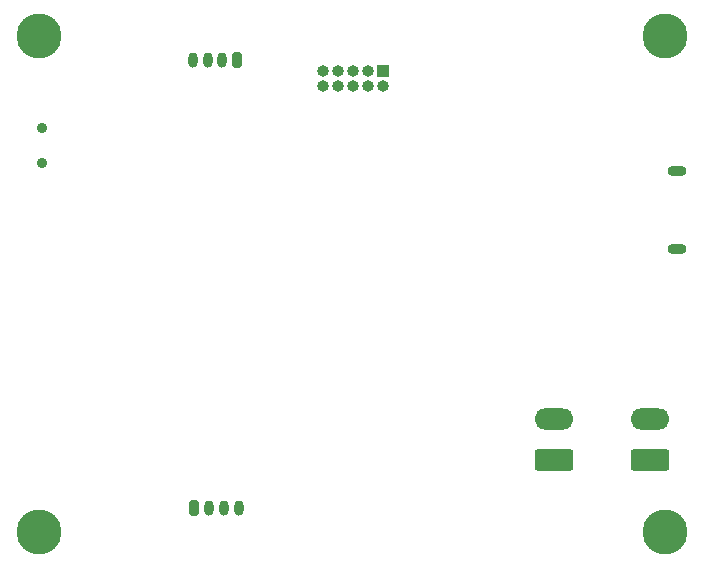
<source format=gbr>
%TF.GenerationSoftware,KiCad,Pcbnew,8.0.3*%
%TF.CreationDate,2024-07-29T11:00:05+05:30*%
%TF.ProjectId,SSTM32_REV2,5353544d-3332-45f5-9245-56322e6b6963,rev?*%
%TF.SameCoordinates,Original*%
%TF.FileFunction,Soldermask,Bot*%
%TF.FilePolarity,Negative*%
%FSLAX46Y46*%
G04 Gerber Fmt 4.6, Leading zero omitted, Abs format (unit mm)*
G04 Created by KiCad (PCBNEW 8.0.3) date 2024-07-29 11:00:05*
%MOMM*%
%LPD*%
G01*
G04 APERTURE LIST*
G04 Aperture macros list*
%AMRoundRect*
0 Rectangle with rounded corners*
0 $1 Rounding radius*
0 $2 $3 $4 $5 $6 $7 $8 $9 X,Y pos of 4 corners*
0 Add a 4 corners polygon primitive as box body*
4,1,4,$2,$3,$4,$5,$6,$7,$8,$9,$2,$3,0*
0 Add four circle primitives for the rounded corners*
1,1,$1+$1,$2,$3*
1,1,$1+$1,$4,$5*
1,1,$1+$1,$6,$7*
1,1,$1+$1,$8,$9*
0 Add four rect primitives between the rounded corners*
20,1,$1+$1,$2,$3,$4,$5,0*
20,1,$1+$1,$4,$5,$6,$7,0*
20,1,$1+$1,$6,$7,$8,$9,0*
20,1,$1+$1,$8,$9,$2,$3,0*%
G04 Aperture macros list end*
%ADD10C,0.900000*%
%ADD11RoundRect,0.250000X1.400000X-0.650000X1.400000X0.650000X-1.400000X0.650000X-1.400000X-0.650000X0*%
%ADD12O,3.300000X1.800000*%
%ADD13C,3.800000*%
%ADD14RoundRect,0.200000X-0.200000X-0.450000X0.200000X-0.450000X0.200000X0.450000X-0.200000X0.450000X0*%
%ADD15O,0.800000X1.300000*%
%ADD16R,1.000000X1.000000*%
%ADD17O,1.000000X1.000000*%
%ADD18O,1.600000X0.900000*%
%ADD19RoundRect,0.200000X0.200000X0.450000X-0.200000X0.450000X-0.200000X-0.450000X0.200000X-0.450000X0*%
G04 APERTURE END LIST*
D10*
%TO.C,SW1*%
X145240000Y-88750000D03*
X145240000Y-91750000D03*
%TD*%
D11*
%TO.C,J1*%
X188552500Y-116900000D03*
X196752500Y-116900000D03*
D12*
X188552500Y-113400000D03*
X196752500Y-113400000D03*
%TD*%
D13*
%TO.C,H2*%
X198000000Y-123000000D03*
%TD*%
%TO.C,H1*%
X145000000Y-81000000D03*
%TD*%
%TO.C,H3*%
X145000000Y-123000000D03*
%TD*%
D14*
%TO.C,J4*%
X158125000Y-121000000D03*
D15*
X159375000Y-121000000D03*
X160625000Y-121000000D03*
X161875000Y-121000000D03*
%TD*%
D16*
%TO.C,J6*%
X174100000Y-83925000D03*
D17*
X174100000Y-85195000D03*
X172830000Y-83925000D03*
X172830000Y-85195000D03*
X171560000Y-83925000D03*
X171560000Y-85195000D03*
X170290000Y-83925000D03*
X170290000Y-85195000D03*
X169020000Y-83925000D03*
X169020000Y-85195000D03*
%TD*%
D18*
%TO.C,J5*%
X199000000Y-99000000D03*
X199000000Y-92400000D03*
%TD*%
D13*
%TO.C,H4*%
X198000000Y-81000000D03*
%TD*%
D19*
%TO.C,J3*%
X161750000Y-83000000D03*
D15*
X160500000Y-83000000D03*
X159250000Y-83000000D03*
X158000000Y-83000000D03*
%TD*%
M02*

</source>
